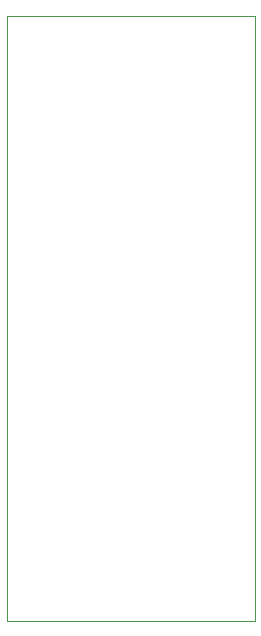
<source format=gbr>
%TF.GenerationSoftware,KiCad,Pcbnew,9.0.5*%
%TF.CreationDate,2025-12-04T18:44:12-08:00*%
%TF.ProjectId,devboard,64657662-6f61-4726-942e-6b696361645f,rev?*%
%TF.SameCoordinates,Original*%
%TF.FileFunction,Profile,NP*%
%FSLAX46Y46*%
G04 Gerber Fmt 4.6, Leading zero omitted, Abs format (unit mm)*
G04 Created by KiCad (PCBNEW 9.0.5) date 2025-12-04 18:44:12*
%MOMM*%
%LPD*%
G01*
G04 APERTURE LIST*
%TA.AperFunction,Profile*%
%ADD10C,0.050000*%
%TD*%
G04 APERTURE END LIST*
D10*
X142800000Y-57620000D02*
X163800000Y-57620000D01*
X163800000Y-108830000D01*
X142800000Y-108830000D01*
X142800000Y-57620000D01*
M02*

</source>
